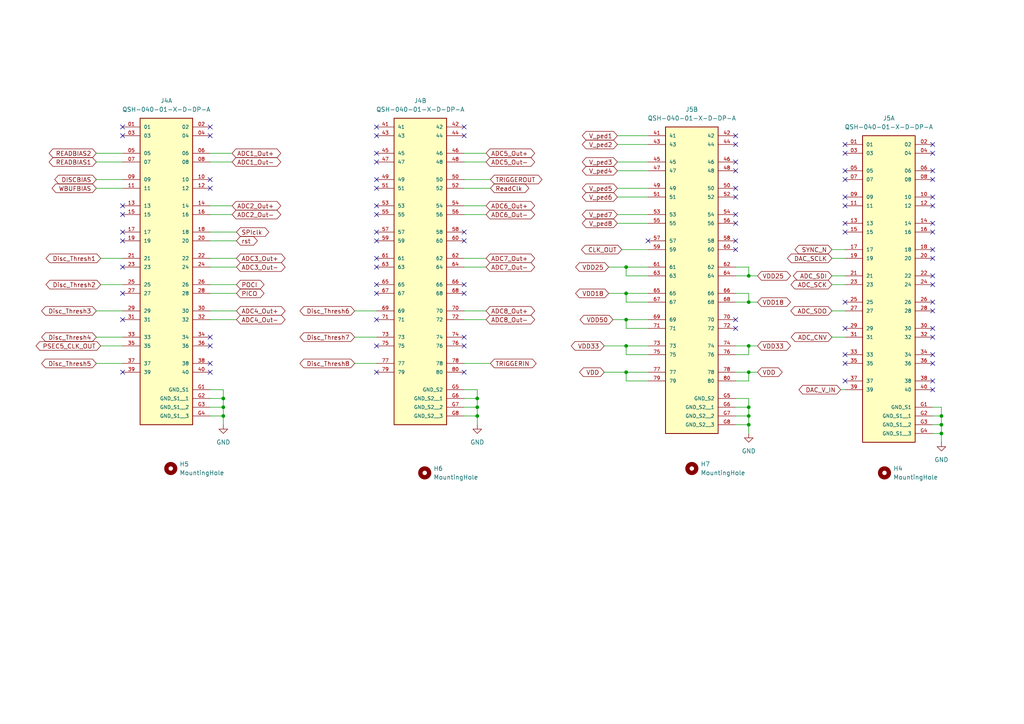
<source format=kicad_sch>
(kicad_sch (version 20250114) (generator "eeschema") (generator_version "9.0")
  (paper "A4")
  (lib_symbols
    (symbol "Mechanical:MountingHole" (pin_names (offset 1.016)) (exclude_from_sim yes) (in_bom no)
      (property "Reference" "H" (at 0 5.08 0))
      (property "Value" "MountingHole" (at 0 3.175 0))
      (symbol "MountingHole_0_1"
        (circle (center 0 0) (radius 1.27) (stroke (width 1.27)))
      )
    )
    (symbol "QSH-040-01-X-D-DP-A:QSH-040-01-X-D-DP-A" (pin_names (offset 1.016))
      (property "Reference" "J" (at -7.62 41.275 0))
      (property "Value" "QSH-040-01-X-D-DP-A" (at -7.62 -50.8 0))
      (symbol "QSH-040-01-X-D-DP-A_1_0"
        (rectangle (start -7.62 -48.26) (end 7.62 40.64) (stroke (width 0.254)) (fill (type background)))
        (pin passive line (at -12.7 38.1 0) (length 5.08) (name "01") (number "01"))
        (pin passive line (at -12.7 35.56 0) (length 5.08) (name "03") (number "03"))
        (pin passive line (at -12.7 30.48 0) (length 5.08) (name "05") (number "05"))
        (pin passive line (at -12.7 27.94 0) (length 5.08) (name "07") (number "07"))
        (pin passive line (at -12.7 22.86 0) (length 5.08) (name "09") (number "09"))
        (pin passive line (at -12.7 20.32 0) (length 5.08) (name "11") (number "11"))
        (pin passive line (at -12.7 15.24 0) (length 5.08) (name "13") (number "13"))
        (pin passive line (at -12.7 12.7 0) (length 5.08) (name "15") (number "15"))
        (pin passive line (at -12.7 7.62 0) (length 5.08) (name "17") (number "17"))
        (pin passive line (at -12.7 5.08 0) (length 5.08) (name "19") (number "19"))
        (pin passive line (at -12.7 0 0) (length 5.08) (name "21") (number "21"))
        (pin passive line (at -12.7 -2.54 0) (length 5.08) (name "23") (number "23"))
        (pin passive line (at -12.7 -7.62 0) (length 5.08) (name "25") (number "25"))
        (pin passive line (at -12.7 -10.16 0) (length 5.08) (name "27") (number "27"))
        (pin passive line (at -12.7 -15.24 0) (length 5.08) (name "29") (number "29"))
        (pin passive line (at -12.7 -17.78 0) (length 5.08) (name "31") (number "31"))
        (pin passive line (at -12.7 -22.86 0) (length 5.08) (name "33") (number "33"))
        (pin passive line (at -12.7 -25.4 0) (length 5.08) (name "35") (number "35"))
        (pin passive line (at -12.7 -30.48 0) (length 5.08) (name "37") (number "37"))
        (pin passive line (at -12.7 -33.02 0) (length 5.08) (name "39") (number "39"))
        (pin passive line (at 12.7 38.1 180) (length 5.08) (name "02") (number "02"))
        (pin passive line (at 12.7 35.56 180) (length 5.08) (name "04") (number "04"))
        (pin passive line (at 12.7 30.48 180) (length 5.08) (name "06") (number "06"))
        (pin passive line (at 12.7 27.94 180) (length 5.08) (name "08") (number "08"))
        (pin passive line (at 12.7 22.86 180) (length 5.08) (name "10") (number "10"))
        (pin passive line (at 12.7 20.32 180) (length 5.08) (name "12") (number "12"))
        (pin passive line (at 12.7 15.24 180) (length 5.08) (name "14") (number "14"))
        (pin passive line (at 12.7 12.7 180) (length 5.08) (name "16") (number "16"))
        (pin passive line (at 12.7 7.62 180) (length 5.08) (name "18") (number "18"))
        (pin passive line (at 12.7 5.08 180) (length 5.08) (name "20") (number "20"))
        (pin passive line (at 12.7 0 180) (length 5.08) (name "22") (number "22"))
        (pin passive line (at 12.7 -2.54 180) (length 5.08) (name "24") (number "24"))
        (pin passive line (at 12.7 -7.62 180) (length 5.08) (name "26") (number "26"))
        (pin passive line (at 12.7 -10.16 180) (length 5.08) (name "28") (number "28"))
        (pin passive line (at 12.7 -15.24 180) (length 5.08) (name "30") (number "30"))
        (pin passive line (at 12.7 -17.78 180) (length 5.08) (name "32") (number "32"))
        (pin passive line (at 12.7 -22.86 180) (length 5.08) (name "34") (number "34"))
        (pin passive line (at 12.7 -25.4 180) (length 5.08) (name "36") (number "36"))
        (pin passive line (at 12.7 -30.48 180) (length 5.08) (name "38") (number "38"))
        (pin passive line (at 12.7 -33.02 180) (length 5.08) (name "40") (number "40"))
        (pin power_in line (at 12.7 -38.1 180) (length 5.08) (name "GND_S1") (number "G1"))
        (pin power_in line (at 12.7 -40.64 180) (length 5.08) (name "GND_S1__1") (number "G2"))
        (pin power_in line (at 12.7 -43.18 180) (length 5.08) (name "GND_S1__2") (number "G3"))
        (pin power_in line (at 12.7 -45.72 180) (length 5.08) (name "GND_S1__3") (number "G4"))
      )
      (symbol "QSH-040-01-X-D-DP-A_2_0"
        (rectangle (start -7.62 -48.26) (end 7.62 40.64) (stroke (width 0.254)) (fill (type background)))
        (pin passive line (at -12.7 38.1 0) (length 5.08) (name "41") (number "41"))
        (pin passive line (at -12.7 35.56 0) (length 5.08) (name "43") (number "43"))
        (pin passive line (at -12.7 30.48 0) (length 5.08) (name "45") (number "45"))
        (pin passive line (at -12.7 27.94 0) (length 5.08) (name "47") (number "47"))
        (pin passive line (at -12.7 22.86 0) (length 5.08) (name "49") (number "49"))
        (pin passive line (at -12.7 20.32 0) (length 5.08) (name "51") (number "51"))
        (pin passive line (at -12.7 15.24 0) (length 5.08) (name "53") (number "53"))
        (pin passive line (at -12.7 12.7 0) (length 5.08) (name "55") (number "55"))
        (pin passive line (at -12.7 7.62 0) (length 5.08) (name "57") (number "57"))
        (pin passive line (at -12.7 5.08 0) (length 5.08) (name "59") (number "59"))
        (pin passive line (at -12.7 0 0) (length 5.08) (name "61") (number "61"))
        (pin passive line (at -12.7 -2.54 0) (length 5.08) (name "63") (number "63"))
        (pin passive line (at -12.7 -7.62 0) (length 5.08) (name "65") (number "65"))
        (pin passive line (at -12.7 -10.16 0) (length 5.08) (name "67") (number "67"))
        (pin passive line (at -12.7 -15.24 0) (length 5.08) (name "69") (number "69"))
        (pin passive line (at -12.7 -17.78 0) (length 5.08) (name "71") (number "71"))
        (pin passive line (at -12.7 -22.86 0) (length 5.08) (name "73") (number "73"))
        (pin passive line (at -12.7 -25.4 0) (length 5.08) (name "75") (number "75"))
        (pin passive line (at -12.7 -30.48 0) (length 5.08) (name "77") (number "77"))
        (pin passive line (at -12.7 -33.02 0) (length 5.08) (name "79") (number "79"))
        (pin passive line (at 12.7 38.1 180) (length 5.08) (name "42") (number "42"))
        (pin passive line (at 12.7 35.56 180) (length 5.08) (name "44") (number "44"))
        (pin passive line (at 12.7 30.48 180) (length 5.08) (name "46") (number "46"))
        (pin passive line (at 12.7 27.94 180) (length 5.08) (name "48") (number "48"))
        (pin passive line (at 12.7 22.86 180) (length 5.08) (name "50") (number "50"))
        (pin passive line (at 12.7 20.32 180) (length 5.08) (name "52") (number "52"))
        (pin passive line (at 12.7 15.24 180) (length 5.08) (name "54") (number "54"))
        (pin passive line (at 12.7 12.7 180) (length 5.08) (name "56") (number "56"))
        (pin passive line (at 12.7 7.62 180) (length 5.08) (name "58") (number "58"))
        (pin passive line (at 12.7 5.08 180) (length 5.08) (name "60") (number "60"))
        (pin passive line (at 12.7 0 180) (length 5.08) (name "62") (number "62"))
        (pin passive line (at 12.7 -2.54 180) (length 5.08) (name "64") (number "64"))
        (pin passive line (at 12.7 -7.62 180) (length 5.08) (name "66") (number "66"))
        (pin passive line (at 12.7 -10.16 180) (length 5.08) (name "68") (number "68"))
        (pin passive line (at 12.7 -15.24 180) (length 5.08) (name "70") (number "70"))
        (pin passive line (at 12.7 -17.78 180) (length 5.08) (name "72") (number "72"))
        (pin passive line (at 12.7 -22.86 180) (length 5.08) (name "74") (number "74"))
        (pin passive line (at 12.7 -25.4 180) (length 5.08) (name "76") (number "76"))
        (pin passive line (at 12.7 -30.48 180) (length 5.08) (name "78") (number "78"))
        (pin passive line (at 12.7 -33.02 180) (length 5.08) (name "80") (number "80"))
        (pin power_in line (at 12.7 -38.1 180) (length 5.08) (name "GND_S2") (number "G5"))
        (pin power_in line (at 12.7 -40.64 180) (length 5.08) (name "GND_S2__1") (number "G6"))
        (pin power_in line (at 12.7 -43.18 180) (length 5.08) (name "GND_S2__2") (number "G7"))
        (pin power_in line (at 12.7 -45.72 180) (length 5.08) (name "GND_S2__3") (number "G8"))
      )
    )
    (symbol "power:GND" (power) (pin_numbers (hide yes)) (pin_names (offset 0) (hide yes))
      (property "Value" "GND" (at 0 -3.81 0))
      (symbol "GND_0_1"
        (polyline (pts (xy 0 0) (xy 0 -1.27) (xy 1.27 -1.27) (xy 0 -2.54) (xy -1.27 -1.27) (xy 0 -1.27)))
      )
      (symbol "GND_1_1"
        (pin power_in line (at 0 0 270) (length 0) (name "~") (number "1"))
      )
    )
  )
  (junction (at 138.43 120.65))
  (junction (at 181.61 92.71))
  (junction (at 181.61 100.33))
  (junction (at 181.61 107.95))
  (junction (at 273.05 125.73))
  (junction (at 64.77 115.57))
  (junction (at 181.61 77.47))
  (junction (at 217.17 118.11))
  (junction (at 217.17 80.01))
  (junction (at 138.43 118.11))
  (junction (at 138.43 115.57))
  (junction (at 217.17 123.19))
  (junction (at 273.05 123.19))
  (junction (at 217.17 100.33))
  (junction (at 217.17 120.65))
  (junction (at 64.77 120.65))
  (junction (at 217.17 87.63))
  (junction (at 181.61 85.09))
  (junction (at 273.05 120.65))
  (junction (at 64.77 118.11))
  (junction (at 217.17 107.95))
  (no_connect (at 270.51 44.45))
  (no_connect (at 213.36 41.91))
  (no_connect (at 245.11 52.07))
  (no_connect (at 134.62 97.79))
  (no_connect (at 213.36 64.77))
  (no_connect (at 35.56 107.95))
  (no_connect (at 60.96 36.83))
  (no_connect (at 109.22 59.69))
  (no_connect (at 109.22 69.85))
  (no_connect (at 270.51 110.49))
  (no_connect (at 270.51 74.93))
  (no_connect (at 35.56 92.71))
  (no_connect (at 245.11 41.91))
  (no_connect (at 35.56 85.09))
  (no_connect (at 245.11 64.77))
  (no_connect (at 245.11 87.63))
  (no_connect (at 60.96 105.41))
  (no_connect (at 60.96 100.33))
  (no_connect (at 109.22 67.31))
  (no_connect (at 270.51 67.31))
  (no_connect (at 270.51 52.07))
  (no_connect (at 109.22 82.55))
  (no_connect (at 270.51 80.01))
  (no_connect (at 213.36 54.61))
  (no_connect (at 60.96 97.79))
  (no_connect (at 109.22 74.93))
  (no_connect (at 245.11 105.41))
  (no_connect (at 60.96 39.37))
  (no_connect (at 60.96 54.61))
  (no_connect (at 270.51 82.55))
  (no_connect (at 270.51 90.17))
  (no_connect (at 109.22 52.07))
  (no_connect (at 245.11 49.53))
  (no_connect (at 245.11 59.69))
  (no_connect (at 109.22 39.37))
  (no_connect (at 109.22 44.45))
  (no_connect (at 109.22 54.61))
  (no_connect (at 35.56 36.83))
  (no_connect (at 60.96 107.95))
  (no_connect (at 109.22 92.71))
  (no_connect (at 35.56 67.31))
  (no_connect (at 109.22 100.33))
  (no_connect (at 35.56 62.23))
  (no_connect (at 270.51 59.69))
  (no_connect (at 270.51 113.03))
  (no_connect (at 270.51 97.79))
  (no_connect (at 134.62 39.37))
  (no_connect (at 134.62 107.95))
  (no_connect (at 270.51 57.15))
  (no_connect (at 35.56 69.85))
  (no_connect (at 245.11 67.31))
  (no_connect (at 109.22 62.23))
  (no_connect (at 270.51 72.39))
  (no_connect (at 213.36 46.99))
  (no_connect (at 270.51 105.41))
  (no_connect (at 109.22 85.09))
  (no_connect (at 109.22 77.47))
  (no_connect (at 109.22 36.83))
  (no_connect (at 109.22 46.99))
  (no_connect (at 213.36 92.71))
  (no_connect (at 35.56 77.47))
  (no_connect (at 213.36 95.25))
  (no_connect (at 270.51 87.63))
  (no_connect (at 134.62 100.33))
  (no_connect (at 270.51 49.53))
  (no_connect (at 213.36 49.53))
  (no_connect (at 134.62 36.83))
  (no_connect (at 270.51 41.91))
  (no_connect (at 270.51 102.87))
  (no_connect (at 213.36 62.23))
  (no_connect (at 213.36 39.37))
  (no_connect (at 134.62 69.85))
  (no_connect (at 35.56 59.69))
  (no_connect (at 213.36 57.15))
  (no_connect (at 245.11 44.45))
  (no_connect (at 245.11 102.87))
  (no_connect (at 187.96 69.85))
  (no_connect (at 134.62 85.09))
  (no_connect (at 109.22 107.95))
  (no_connect (at 245.11 95.25))
  (no_connect (at 35.56 39.37))
  (no_connect (at 134.62 67.31))
  (no_connect (at 134.62 82.55))
  (no_connect (at 60.96 52.07))
  (no_connect (at 213.36 72.39))
  (no_connect (at 270.51 95.25))
  (no_connect (at 245.11 57.15))
  (no_connect (at 213.36 69.85))
  (no_connect (at 245.11 110.49))
  (no_connect (at 270.51 64.77))
  (wire (pts (xy 213.36 115.57) (xy 217.17 115.57)))
  (wire (pts (xy 181.61 102.87) (xy 181.61 100.33)))
  (wire (pts (xy 213.36 123.19) (xy 217.17 123.19)))
  (wire (pts (xy 138.43 118.11) (xy 138.43 120.65)))
  (wire (pts (xy 241.3 74.93) (xy 245.11 74.93)))
  (wire (pts (xy 213.36 107.95) (xy 217.17 107.95)))
  (wire (pts (xy 179.07 57.15) (xy 187.96 57.15)))
  (wire (pts (xy 217.17 110.49) (xy 217.17 107.95)))
  (wire (pts (xy 134.62 118.11) (xy 138.43 118.11)))
  (wire (pts (xy 273.05 118.11) (xy 273.05 120.65)))
  (wire (pts (xy 181.61 95.25) (xy 181.61 92.71)))
  (wire (pts (xy 213.36 87.63) (xy 217.17 87.63)))
  (wire (pts (xy 35.56 105.41) (xy 27.94 105.41)))
  (wire (pts (xy 134.62 105.41) (xy 142.24 105.41)))
  (wire (pts (xy 179.07 41.91) (xy 187.96 41.91)))
  (wire (pts (xy 134.62 52.07) (xy 142.24 52.07)))
  (wire (pts (xy 35.56 97.79) (xy 27.94 97.79)))
  (wire (pts (xy 181.61 92.71) (xy 177.8 92.71)))
  (wire (pts (xy 217.17 120.65) (xy 217.17 123.19)))
  (wire (pts (xy 241.3 90.17) (xy 245.11 90.17)))
  (wire (pts (xy 213.36 80.01) (xy 217.17 80.01)))
  (wire (pts (xy 179.07 39.37) (xy 187.96 39.37)))
  (wire (pts (xy 60.96 120.65) (xy 64.77 120.65)))
  (wire (pts (xy 181.61 100.33) (xy 187.96 100.33)))
  (wire (pts (xy 35.56 90.17) (xy 27.94 90.17)))
  (wire (pts (xy 181.61 110.49) (xy 181.61 107.95)))
  (wire (pts (xy 181.61 102.87) (xy 187.96 102.87)))
  (wire (pts (xy 217.17 87.63) (xy 217.17 85.09)))
  (wire (pts (xy 134.62 115.57) (xy 138.43 115.57)))
  (wire (pts (xy 134.62 120.65) (xy 138.43 120.65)))
  (wire (pts (xy 270.51 123.19) (xy 273.05 123.19)))
  (wire (pts (xy 64.77 115.57) (xy 64.77 118.11)))
  (wire (pts (xy 217.17 115.57) (xy 217.17 118.11)))
  (wire (pts (xy 217.17 100.33) (xy 219.71 100.33)))
  (wire (pts (xy 35.56 54.61) (xy 27.94 54.61)))
  (wire (pts (xy 241.3 97.79) (xy 245.11 97.79)))
  (wire (pts (xy 102.87 90.17) (xy 109.22 90.17)))
  (wire (pts (xy 134.62 92.71) (xy 140.97 92.71)))
  (wire (pts (xy 35.56 44.45) (xy 27.94 44.45)))
  (wire (pts (xy 217.17 107.95) (xy 219.71 107.95)))
  (wire (pts (xy 35.56 46.99) (xy 27.94 46.99)))
  (wire (pts (xy 175.26 107.95) (xy 181.61 107.95)))
  (wire (pts (xy 138.43 113.03) (xy 138.43 115.57)))
  (wire (pts (xy 243.84 113.03) (xy 245.11 113.03)))
  (wire (pts (xy 181.61 87.63) (xy 181.61 85.09)))
  (wire (pts (xy 35.56 74.93) (xy 29.21 74.93)))
  (wire (pts (xy 213.36 85.09) (xy 217.17 85.09)))
  (wire (pts (xy 134.62 54.61) (xy 142.24 54.61)))
  (wire (pts (xy 64.77 113.03) (xy 64.77 115.57)))
  (wire (pts (xy 64.77 118.11) (xy 64.77 120.65)))
  (wire (pts (xy 67.31 44.45) (xy 60.96 44.45)))
  (wire (pts (xy 181.61 110.49) (xy 187.96 110.49)))
  (wire (pts (xy 217.17 87.63) (xy 219.71 87.63)))
  (wire (pts (xy 273.05 125.73) (xy 273.05 128.27)))
  (wire (pts (xy 68.58 69.85) (xy 60.96 69.85)))
  (wire (pts (xy 181.61 95.25) (xy 187.96 95.25)))
  (wire (pts (xy 217.17 123.19) (xy 217.17 125.73)))
  (wire (pts (xy 181.61 92.71) (xy 187.96 92.71)))
  (wire (pts (xy 35.56 82.55) (xy 29.21 82.55)))
  (wire (pts (xy 68.58 67.31) (xy 60.96 67.31)))
  (wire (pts (xy 68.58 82.55) (xy 60.96 82.55)))
  (wire (pts (xy 64.77 120.65) (xy 64.77 123.19)))
  (wire (pts (xy 270.51 125.73) (xy 273.05 125.73)))
  (wire (pts (xy 181.61 87.63) (xy 187.96 87.63)))
  (wire (pts (xy 217.17 102.87) (xy 217.17 100.33)))
  (wire (pts (xy 181.61 85.09) (xy 187.96 85.09)))
  (wire (pts (xy 217.17 118.11) (xy 217.17 120.65)))
  (wire (pts (xy 179.07 54.61) (xy 187.96 54.61)))
  (wire (pts (xy 270.51 118.11) (xy 273.05 118.11)))
  (wire (pts (xy 102.87 105.41) (xy 109.22 105.41)))
  (wire (pts (xy 181.61 77.47) (xy 187.96 77.47)))
  (wire (pts (xy 179.07 62.23) (xy 187.96 62.23)))
  (wire (pts (xy 179.07 49.53) (xy 187.96 49.53)))
  (wire (pts (xy 179.07 64.77) (xy 187.96 64.77)))
  (wire (pts (xy 134.62 62.23) (xy 140.97 62.23)))
  (wire (pts (xy 181.61 85.09) (xy 176.53 85.09)))
  (wire (pts (xy 213.36 102.87) (xy 217.17 102.87)))
  (wire (pts (xy 180.34 72.39) (xy 187.96 72.39)))
  (wire (pts (xy 241.3 80.01) (xy 245.11 80.01)))
  (wire (pts (xy 213.36 77.47) (xy 217.17 77.47)))
  (wire (pts (xy 273.05 123.19) (xy 273.05 125.73)))
  (wire (pts (xy 181.61 77.47) (xy 176.53 77.47)))
  (wire (pts (xy 134.62 74.93) (xy 140.97 74.93)))
  (wire (pts (xy 181.61 107.95) (xy 187.96 107.95)))
  (wire (pts (xy 134.62 59.69) (xy 140.97 59.69)))
  (wire (pts (xy 175.26 100.33) (xy 181.61 100.33)))
  (wire (pts (xy 217.17 80.01) (xy 219.71 80.01)))
  (wire (pts (xy 241.3 72.39) (xy 245.11 72.39)))
  (wire (pts (xy 181.61 80.01) (xy 187.96 80.01)))
  (wire (pts (xy 273.05 120.65) (xy 273.05 123.19)))
  (wire (pts (xy 213.36 120.65) (xy 217.17 120.65)))
  (wire (pts (xy 35.56 100.33) (xy 29.21 100.33)))
  (wire (pts (xy 68.58 90.17) (xy 60.96 90.17)))
  (wire (pts (xy 134.62 77.47) (xy 140.97 77.47)))
  (wire (pts (xy 181.61 80.01) (xy 181.61 77.47)))
  (wire (pts (xy 67.31 59.69) (xy 60.96 59.69)))
  (wire (pts (xy 35.56 52.07) (xy 27.94 52.07)))
  (wire (pts (xy 138.43 115.57) (xy 138.43 118.11)))
  (wire (pts (xy 179.07 46.99) (xy 187.96 46.99)))
  (wire (pts (xy 213.36 110.49) (xy 217.17 110.49)))
  (wire (pts (xy 67.31 46.99) (xy 60.96 46.99)))
  (wire (pts (xy 102.87 97.79) (xy 109.22 97.79)))
  (wire (pts (xy 213.36 100.33) (xy 217.17 100.33)))
  (wire (pts (xy 134.62 90.17) (xy 140.97 90.17)))
  (wire (pts (xy 68.58 77.47) (xy 60.96 77.47)))
  (wire (pts (xy 68.58 74.93) (xy 60.96 74.93)))
  (wire (pts (xy 241.3 82.55) (xy 245.11 82.55)))
  (wire (pts (xy 60.96 118.11) (xy 64.77 118.11)))
  (wire (pts (xy 138.43 120.65) (xy 138.43 123.19)))
  (wire (pts (xy 60.96 113.03) (xy 64.77 113.03)))
  (wire (pts (xy 134.62 46.99) (xy 140.97 46.99)))
  (wire (pts (xy 213.36 118.11) (xy 217.17 118.11)))
  (wire (pts (xy 217.17 80.01) (xy 217.17 77.47)))
  (wire (pts (xy 270.51 120.65) (xy 273.05 120.65)))
  (wire (pts (xy 134.62 44.45) (xy 140.97 44.45)))
  (wire (pts (xy 60.96 115.57) (xy 64.77 115.57)))
  (wire (pts (xy 67.31 62.23) (xy 60.96 62.23)))
  (wire (pts (xy 68.58 92.71) (xy 60.96 92.71)))
  (wire (pts (xy 134.62 113.03) (xy 138.43 113.03)))
  (wire (pts (xy 68.58 85.09) (xy 60.96 85.09)))
  (global_label "Disc_Thresh6" (shape bidirectional) (at 102.87 90.17 180) (property "Intersheetrefs" "${INTERSHEET_REFS}" (effects (hide yes))))
  (global_label "ADC_SDO" (shape bidirectional) (at 241.3 90.17 180) (property "Intersheetrefs" "${INTERSHEET_REFS}" (effects (hide yes))))
  (global_label "POCI" (shape bidirectional) (at 68.58 82.55 0) (property "Intersheetrefs" "${INTERSHEET_REFS}" (effects (hide yes))))
  (global_label "WBUFBIAS" (shape bidirectional) (at 27.94 54.61 180) (property "Intersheetrefs" "${INTERSHEET_REFS}" (effects (hide yes))))
  (global_label "Disc_Thresh4" (shape bidirectional) (at 27.94 97.79 180) (property "Intersheetrefs" "${INTERSHEET_REFS}" (effects (hide yes))))
  (global_label "VDD" (shape bidirectional) (at 175.26 107.95 180) (property "Intersheetrefs" "${INTERSHEET_REFS}" (effects (hide yes))))
  (global_label "DAC_V_IN" (shape bidirectional) (at 243.84 113.03 180) (property "Intersheetrefs" "${INTERSHEET_REFS}" (effects (hide yes))))
  (global_label "V_ped7" (shape bidirectional) (at 179.07 62.23 180) (property "Intersheetrefs" "${INTERSHEET_REFS}" (effects (hide yes))))
  (global_label "VDD33" (shape bidirectional) (at 175.26 100.33 180) (property "Intersheetrefs" "${INTERSHEET_REFS}" (effects (hide yes))))
  (global_label "rst" (shape bidirectional) (at 68.58 69.85 0) (property "Intersheetrefs" "${INTERSHEET_REFS}" (effects (hide yes))))
  (global_label "VDD" (shape bidirectional) (at 219.71 107.95 0) (property "Intersheetrefs" "${INTERSHEET_REFS}" (effects (hide yes))))
  (global_label "DAC_SCLK" (shape bidirectional) (at 241.3 74.93 180) (property "Intersheetrefs" "${INTERSHEET_REFS}" (effects (hide yes))))
  (global_label "ADC3_Out+" (shape bidirectional) (at 68.58 74.93 0) (property "Intersheetrefs" "${INTERSHEET_REFS}" (effects (hide yes))))
  (global_label "ADC8_Out+" (shape bidirectional) (at 140.97 90.17 0) (property "Intersheetrefs" "${INTERSHEET_REFS}" (effects (hide yes))))
  (global_label "V_ped4" (shape bidirectional) (at 179.07 49.53 180) (property "Intersheetrefs" "${INTERSHEET_REFS}" (effects (hide yes))))
  (global_label "ADC2_Out+" (shape bidirectional) (at 67.31 59.69 0) (property "Intersheetrefs" "${INTERSHEET_REFS}" (effects (hide yes))))
  (global_label "ReadClk" (shape bidirectional) (at 142.24 54.61 0) (property "Intersheetrefs" "${INTERSHEET_REFS}" (effects (hide yes))))
  (global_label "ADC4_Out-" (shape bidirectional) (at 68.58 92.71 0) (property "Intersheetrefs" "${INTERSHEET_REFS}" (effects (hide yes))))
  (global_label "ADC7_Out+" (shape bidirectional) (at 140.97 74.93 0) (property "Intersheetrefs" "${INTERSHEET_REFS}" (effects (hide yes))))
  (global_label "PSEC5_CLK_OUT" (shape bidirectional) (at 29.21 100.33 180) (property "Intersheetrefs" "${INTERSHEET_REFS}" (effects (hide yes))))
  (global_label "VDD18" (shape bidirectional) (at 176.53 85.09 180) (property "Intersheetrefs" "${INTERSHEET_REFS}" (effects (hide yes))))
  (global_label "ADC3_Out-" (shape bidirectional) (at 68.58 77.47 0) (property "Intersheetrefs" "${INTERSHEET_REFS}" (effects (hide yes))))
  (global_label "CLK_OUT" (shape bidirectional) (at 180.34 72.39 180) (property "Intersheetrefs" "${INTERSHEET_REFS}" (effects (hide yes))))
  (global_label "Disc_Thresh3" (shape bidirectional) (at 27.94 90.17 180) (property "Intersheetrefs" "${INTERSHEET_REFS}" (effects (hide yes))))
  (global_label "VDD18" (shape bidirectional) (at 219.71 87.63 0) (property "Intersheetrefs" "${INTERSHEET_REFS}" (effects (hide yes))))
  (global_label "ADC2_Out-" (shape bidirectional) (at 67.31 62.23 0) (property "Intersheetrefs" "${INTERSHEET_REFS}" (effects (hide yes))))
  (global_label "TRIGGERIN" (shape bidirectional) (at 142.24 105.41 0) (property "Intersheetrefs" "${INTERSHEET_REFS}" (effects (hide yes))))
  (global_label "ADC5_Out+" (shape bidirectional) (at 140.97 44.45 0) (property "Intersheetrefs" "${INTERSHEET_REFS}" (effects (hide yes))))
  (global_label "Disc_Thresh2" (shape bidirectional) (at 29.21 82.55 180) (property "Intersheetrefs" "${INTERSHEET_REFS}" (effects (hide yes))))
  (global_label "Disc_Thresh5" (shape bidirectional) (at 27.94 105.41 180) (property "Intersheetrefs" "${INTERSHEET_REFS}" (effects (hide yes))))
  (global_label "PICO" (shape bidirectional) (at 68.58 85.09 0) (property "Intersheetrefs" "${INTERSHEET_REFS}" (effects (hide yes))))
  (global_label "V_ped5" (shape bidirectional) (at 179.07 54.61 180) (property "Intersheetrefs" "${INTERSHEET_REFS}" (effects (hide yes))))
  (global_label "ADC_CNV" (shape bidirectional) (at 241.3 97.79 180) (property "Intersheetrefs" "${INTERSHEET_REFS}" (effects (hide yes))))
  (global_label "SYNC_N" (shape bidirectional) (at 241.3 72.39 180) (property "Intersheetrefs" "${INTERSHEET_REFS}" (effects (hide yes))))
  (global_label "Disc_Thresh7" (shape bidirectional) (at 102.87 97.79 180) (property "Intersheetrefs" "${INTERSHEET_REFS}" (effects (hide yes))))
  (global_label "V_ped8" (shape bidirectional) (at 179.07 64.77 180) (property "Intersheetrefs" "${INTERSHEET_REFS}" (effects (hide yes))))
  (global_label "ADC4_Out+" (shape bidirectional) (at 68.58 90.17 0) (property "Intersheetrefs" "${INTERSHEET_REFS}" (effects (hide yes))))
  (global_label "V_ped1" (shape bidirectional) (at 179.07 39.37 180) (property "Intersheetrefs" "${INTERSHEET_REFS}" (effects (hide yes))))
  (global_label "READBIAS2" (shape bidirectional) (at 27.94 44.45 180) (property "Intersheetrefs" "${INTERSHEET_REFS}" (effects (hide yes))))
  (global_label "VDD50" (shape bidirectional) (at 177.8 92.71 180) (property "Intersheetrefs" "${INTERSHEET_REFS}" (effects (hide yes))))
  (global_label "ADC8_Out-" (shape bidirectional) (at 140.97 92.71 0) (property "Intersheetrefs" "${INTERSHEET_REFS}" (effects (hide yes))))
  (global_label "VDD25" (shape bidirectional) (at 176.53 77.47 180) (property "Intersheetrefs" "${INTERSHEET_REFS}" (effects (hide yes))))
  (global_label "ADC6_Out-" (shape bidirectional) (at 140.97 62.23 0) (property "Intersheetrefs" "${INTERSHEET_REFS}" (effects (hide yes))))
  (global_label "V_ped3" (shape bidirectional) (at 179.07 46.99 180) (property "Intersheetrefs" "${INTERSHEET_REFS}" (effects (hide yes))))
  (global_label "READBIAS1" (shape bidirectional) (at 27.94 46.99 180) (property "Intersheetrefs" "${INTERSHEET_REFS}" (effects (hide yes))))
  (global_label "ADC7_Out-" (shape bidirectional) (at 140.97 77.47 0) (property "Intersheetrefs" "${INTERSHEET_REFS}" (effects (hide yes))))
  (global_label "Disc_Thresh8" (shape bidirectional) (at 102.87 105.41 180) (property "Intersheetrefs" "${INTERSHEET_REFS}" (effects (hide yes))))
  (global_label "V_ped2" (shape bidirectional) (at 179.07 41.91 180) (property "Intersheetrefs" "${INTERSHEET_REFS}" (effects (hide yes))))
  (global_label "TRIGGEROUT" (shape bidirectional) (at 142.24 52.07 0) (property "Intersheetrefs" "${INTERSHEET_REFS}" (effects (hide yes))))
  (global_label "Disc_Thresh1" (shape bidirectional) (at 29.21 74.93 180) (property "Intersheetrefs" "${INTERSHEET_REFS}" (effects (hide yes))))
  (global_label "ADC5_Out-" (shape bidirectional) (at 140.97 46.99 0) (property "Intersheetrefs" "${INTERSHEET_REFS}" (effects (hide yes))))
  (global_label "DISCBIAS" (shape bidirectional) (at 27.94 52.07 180) (property "Intersheetrefs" "${INTERSHEET_REFS}" (effects (hide yes))))
  (global_label "VDD25" (shape bidirectional) (at 219.71 80.01 0) (property "Intersheetrefs" "${INTERSHEET_REFS}" (effects (hide yes))))
  (global_label "ADC6_Out+" (shape bidirectional) (at 140.97 59.69 0) (property "Intersheetrefs" "${INTERSHEET_REFS}" (effects (hide yes))))
  (global_label "ADC_SCK" (shape bidirectional) (at 241.3 82.55 180) (property "Intersheetrefs" "${INTERSHEET_REFS}" (effects (hide yes))))
  (global_label "ADC1_Out+" (shape bidirectional) (at 67.31 44.45 0) (property "Intersheetrefs" "${INTERSHEET_REFS}" (effects (hide yes))))
  (global_label "V_ped6" (shape bidirectional) (at 179.07 57.15 180) (property "Intersheetrefs" "${INTERSHEET_REFS}" (effects (hide yes))))
  (global_label "ADC_SDI" (shape bidirectional) (at 241.3 80.01 180) (property "Intersheetrefs" "${INTERSHEET_REFS}" (effects (hide yes))))
  (global_label "SPIclk" (shape bidirectional) (at 68.58 67.31 0) (property "Intersheetrefs" "${INTERSHEET_REFS}" (effects (hide yes))))
  (global_label "VDD33" (shape bidirectional) (at 219.71 100.33 0) (property "Intersheetrefs" "${INTERSHEET_REFS}" (effects (hide yes))))
  (global_label "ADC1_Out-" (shape bidirectional) (at 67.31 46.99 0) (property "Intersheetrefs" "${INTERSHEET_REFS}" (effects (hide yes))))
  (symbol (lib_id "QSH-040-01-X-D-DP-A:QSH-040-01-X-D-DP-A") (at 121.92 74.93 0) (unit 2)
    (property "Reference" "J4" (at 121.92 29.21 0))
    (property "Value" "QSH-040-01-X-D-DP-A" (at 121.92 31.75 0))
    (property "Footprint" "QSH-040-01-X-D-DP-A:SAMTEC_QSH-040-01-X-D-DP-A" (effects (hide yes)))
    (property "PARTREV" "M" (effects (hide yes)))
    (property "STANDARD" "Manufacturer Recommendations" (effects (hide yes)))
    (property "MAXIMUM_PACKAGE_HEIGHT" "3.327mm" (effects (hide yes)))
    (property "MANUFACTURER" "Samtec" (effects (hide yes)))
  )
  (symbol (lib_id "power:GND") (at 217.17 125.73 0) (mirror y) (unit 1)
    (property "Reference" "#PWR065" (effects (hide yes)))
    (property "Value" "GND" (at 217.17 130.81 0))
    (property "Description" "Power symbol creates a global label with name \"GND\" , ground" (effects (hide yes)))
  )
  (symbol (lib_id "power:GND") (at 273.05 128.27 0) (unit 1)
    (property "Reference" "#PWR062" (effects (hide yes)))
    (property "Value" "GND" (at 273.05 133.35 0))
    (property "Description" "Power symbol creates a global label with name \"GND\" , ground" (effects (hide yes)))
  )
  (symbol (lib_id "Mechanical:MountingHole") (at 256.54 137.16 0) (unit 1) (exclude_from_sim yes) (in_bom no)
    (property "Reference" "H4" (at 259.08 135.8899 0) (effects (justify left)))
    (property "Value" "MountingHole" (at 259.08 138.4299 0) (effects (justify left)))
    (property "Footprint" "MountingHole:MountingHole_2.2mm_M2" (effects (hide yes)))
    (property "Description" "Mounting Hole without connection" (effects (hide yes)))
  )
  (symbol (lib_id "power:GND") (at 64.77 123.19 0) (mirror y) (unit 1)
    (property "Reference" "#PWR063" (effects (hide yes)))
    (property "Value" "GND" (at 64.77 128.27 0))
    (property "Description" "Power symbol creates a global label with name \"GND\" , ground" (effects (hide yes)))
  )
  (symbol (lib_id "Mechanical:MountingHole") (at 123.19 137.16 0) (unit 1) (exclude_from_sim yes) (in_bom no)
    (property "Reference" "H6" (at 125.73 135.8899 0) (effects (justify left)))
    (property "Value" "MountingHole" (at 125.73 138.4299 0) (effects (justify left)))
    (property "Footprint" "MountingHole:MountingHole_2.2mm_M2" (effects (hide yes)))
    (property "Description" "Mounting Hole without connection" (effects (hide yes)))
  )
  (symbol (lib_id "QSH-040-01-X-D-DP-A:QSH-040-01-X-D-DP-A") (at 48.26 74.93 0) (unit 1)
    (property "Reference" "J4" (at 48.26 29.21 0))
    (property "Value" "QSH-040-01-X-D-DP-A" (at 48.26 31.75 0))
    (property "Footprint" "QSH-040-01-X-D-DP-A:SAMTEC_QSH-040-01-X-D-DP-A" (effects (hide yes)))
    (property "PARTREV" "M" (effects (hide yes)))
    (property "STANDARD" "Manufacturer Recommendations" (effects (hide yes)))
    (property "MAXIMUM_PACKAGE_HEIGHT" "3.327mm" (effects (hide yes)))
    (property "MANUFACTURER" "Samtec" (effects (hide yes)))
  )
  (symbol (lib_id "power:GND") (at 138.43 123.19 0) (mirror y) (unit 1)
    (property "Reference" "#PWR064" (effects (hide yes)))
    (property "Value" "GND" (at 138.43 128.27 0))
    (property "Description" "Power symbol creates a global label with name \"GND\" , ground" (effects (hide yes)))
  )
  (symbol (lib_id "QSH-040-01-X-D-DP-A:QSH-040-01-X-D-DP-A") (at 257.81 80.01 0) (unit 1)
    (property "Reference" "J5" (at 257.81 34.29 0))
    (property "Value" "QSH-040-01-X-D-DP-A" (at 257.81 36.83 0))
    (property "Footprint" "QSH-040-01-X-D-DP-A:SAMTEC_QSH-040-01-X-D-DP-A" (effects (hide yes)))
    (property "PARTREV" "M" (effects (hide yes)))
    (property "STANDARD" "Manufacturer Recommendations" (effects (hide yes)))
    (property "MAXIMUM_PACKAGE_HEIGHT" "3.327mm" (effects (hide yes)))
    (property "MANUFACTURER" "Samtec" (effects (hide yes)))
  )
  (symbol (lib_id "QSH-040-01-X-D-DP-A:QSH-040-01-X-D-DP-A") (at 200.66 77.47 0) (unit 2)
    (property "Reference" "J5" (at 200.66 31.75 0))
    (property "Value" "QSH-040-01-X-D-DP-A" (at 200.66 34.29 0))
    (property "Footprint" "QSH-040-01-X-D-DP-A:SAMTEC_QSH-040-01-X-D-DP-A" (effects (hide yes)))
    (property "PARTREV" "M" (effects (hide yes)))
    (property "STANDARD" "Manufacturer Recommendations" (effects (hide yes)))
    (property "MAXIMUM_PACKAGE_HEIGHT" "3.327mm" (effects (hide yes)))
    (property "MANUFACTURER" "Samtec" (effects (hide yes)))
  )
  (symbol (lib_id "Mechanical:MountingHole") (at 49.53 135.89 0) (unit 1) (exclude_from_sim yes) (in_bom no)
    (property "Reference" "H5" (at 52.07 134.6199 0) (effects (justify left)))
    (property "Value" "MountingHole" (at 52.07 137.1599 0) (effects (justify left)))
    (property "Footprint" "MountingHole:MountingHole_2.2mm_M2" (effects (hide yes)))
    (property "Description" "Mounting Hole without connection" (effects (hide yes)))
  )
  (symbol (lib_id "Mechanical:MountingHole") (at 200.66 135.89 0) (unit 1) (exclude_from_sim yes) (in_bom no)
    (property "Reference" "H7" (at 203.2 134.6199 0) (effects (justify left)))
    (property "Value" "MountingHole" (at 203.2 137.1599 0) (effects (justify left)))
    (property "Footprint" "MountingHole:MountingHole_2.2mm_M2" (effects (hide yes)))
    (property "Description" "Mounting Hole without connection" (effects (hide yes)))
  )
)
</source>
